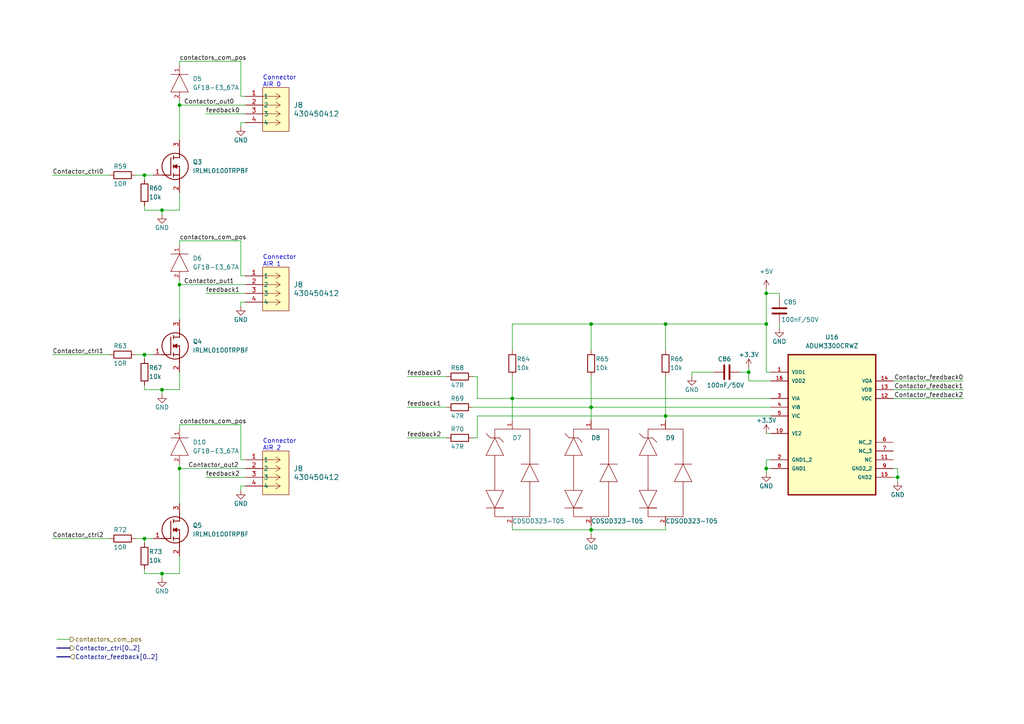
<source format=kicad_sch>
(kicad_sch (version 20230121) (generator eeschema)
  (paper "A4")
  (title_block (title "Contactors") (date "2023-12-29") (rev "V1.0") (company "Valais Wallis Racing Team") (comment 1 "Bétrisey Mattia"))
  (lib_symbols
    (symbol "43045-0412:430450412" (pin_names (offset 0.254))
      (property "Reference" "J" (at 8.89 6.35 0))
      (property "Value" "430450412" (at 7.62 -11.43 0))
      (symbol "430450412_1_1"
        (polyline (pts (xy 10.16 -7.62) (xy 5.08 -7.62)) (stroke (width 0.127)))
        (polyline (pts (xy 10.16 -7.62) (xy 8.89 -8.4667)) (stroke (width 0.127)))
        (polyline (pts (xy 10.16 -7.62) (xy 8.89 -6.7733)) (stroke (width 0.127)))
        (polyline (pts (xy 10.16 -5.08) (xy 5.08 -5.08)) (stroke (width 0.127)))
        (polyline (pts (xy 10.16 -5.08) (xy 8.89 -5.9267)) (stroke (width 0.127)))
        (polyline (pts (xy 10.16 -5.08) (xy 8.89 -4.2333)) (stroke (width 0.127)))
        (polyline (pts (xy 10.16 -2.54) (xy 5.08 -2.54)) (stroke (width 0.127)))
        (polyline (pts (xy 10.16 -2.54) (xy 8.89 -3.3867)) (stroke (width 0.127)))
        (polyline (pts (xy 10.16 -2.54) (xy 8.89 -1.6933)) (stroke (width 0.127)))
        (polyline (pts (xy 10.16 0) (xy 5.08 0)) (stroke (width 0.127)))
        (polyline (pts (xy 10.16 0) (xy 8.89 -0.8467)) (stroke (width 0.127)))
        (polyline (pts (xy 10.16 0) (xy 8.89 0.8467)) (stroke (width 0.127)))
        (rectangle (start 5.08 2.54) (end 12.7 -10.16) (fill (type background)))
        (pin unspecified line (at 0 0 0) (length 5.08) (name "1") (number "1"))
        (pin unspecified line (at 0 -2.54 0) (length 5.08) (name "2") (number "2"))
        (pin unspecified line (at 0 -5.08 0) (length 5.08) (name "3") (number "3"))
        (pin unspecified line (at 0 -7.62 0) (length 5.08) (name "4") (number "4"))
      )
      (symbol "430450412_1_2"
        (polyline (pts (xy 5.08 -10.16) (xy 12.7 -10.16)) (stroke (width 0.127)))
        (polyline (pts (xy 5.08 2.54) (xy 5.08 -10.16)) (stroke (width 0.127)))
        (polyline (pts (xy 7.62 -7.62) (xy 5.08 -7.62)) (stroke (width 0.127)))
        (polyline (pts (xy 7.62 -7.62) (xy 8.89 -8.4667)) (stroke (width 0.127)))
        (polyline (pts (xy 7.62 -7.62) (xy 8.89 -6.7733)) (stroke (width 0.127)))
        (polyline (pts (xy 7.62 -5.08) (xy 5.08 -5.08)) (stroke (width 0.127)))
        (polyline (pts (xy 7.62 -5.08) (xy 8.89 -5.9267)) (stroke (width 0.127)))
        (polyline (pts (xy 7.62 -5.08) (xy 8.89 -4.2333)) (stroke (width 0.127)))
        (polyline (pts (xy 7.62 -2.54) (xy 5.08 -2.54)) (stroke (width 0.127)))
        (polyline (pts (xy 7.62 -2.54) (xy 8.89 -3.3867)) (stroke (width 0.127)))
        (polyline (pts (xy 7.62 -2.54) (xy 8.89 -1.6933)) (stroke (width 0.127)))
        (polyline (pts (xy 7.62 0) (xy 5.08 0)) (stroke (width 0.127)))
        (polyline (pts (xy 7.62 0) (xy 8.89 -0.8467)) (stroke (width 0.127)))
        (polyline (pts (xy 7.62 0) (xy 8.89 0.8467)) (stroke (width 0.127)))
        (polyline (pts (xy 12.7 -10.16) (xy 12.7 2.54)) (stroke (width 0.127)))
        (polyline (pts (xy 12.7 2.54) (xy 5.08 2.54)) (stroke (width 0.127)))
        (pin unspecified line (at 0 0 0) (length 5.08) (name "1") (number "1"))
        (pin unspecified line (at 0 -2.54 0) (length 5.08) (name "2") (number "2"))
        (pin unspecified line (at 0 -5.08 0) (length 5.08) (name "3") (number "3"))
        (pin unspecified line (at 0 -7.62 0) (length 5.08) (name "4") (number "4"))
      )
    )
    (symbol "ADUM3300CRWZ:ADUM3300CRWZ" (pin_names (offset 1.016))
      (property "Reference" "U" (at -4.5756 19.3702 0))
      (property "Value" "ADUM3300CRWZ" (at -6.1604 -25.9399 0))
      (symbol "ADUM3300CRWZ_0_0"
        (rectangle (start -12.7 -22.86) (end 12.7 17.78) (stroke (width 0.4064)) (fill (type background)))
        (pin passive line (at -17.78 12.7 0) (length 5.08) (name "VDD1") (number "1"))
        (pin passive line (at -17.78 -5.08 0) (length 5.08) (name "VE2") (number "10"))
        (pin passive line (at 17.78 -12.7 180) (length 5.08) (name "NC") (number "11"))
        (pin passive line (at 17.78 5.08 180) (length 5.08) (name "VOC") (number "12"))
        (pin passive line (at 17.78 7.62 180) (length 5.08) (name "VOB") (number "13"))
        (pin passive line (at 17.78 10.16 180) (length 5.08) (name "VOA") (number "14"))
        (pin passive line (at 17.78 -17.78 180) (length 5.08) (name "GND2") (number "15"))
        (pin passive line (at -17.78 10.16 0) (length 5.08) (name "VDD2") (number "16"))
        (pin passive line (at -17.78 -12.7 0) (length 5.08) (name "GND1_2") (number "2"))
        (pin passive line (at -17.78 5.08 0) (length 5.08) (name "VIA") (number "3"))
        (pin passive line (at -17.78 2.54 0) (length 5.08) (name "VIB") (number "4"))
        (pin passive line (at -17.78 0 0) (length 5.08) (name "VIC") (number "5"))
        (pin passive line (at 17.78 -7.62 180) (length 5.08) (name "NC_2") (number "6"))
        (pin passive line (at 17.78 -10.16 180) (length 5.08) (name "NC_3") (number "7"))
        (pin passive line (at -17.78 -15.24 0) (length 5.08) (name "GND1") (number "8"))
        (pin passive line (at 17.78 -15.24 180) (length 5.08) (name "GND2_2") (number "9"))
      )
    )
    (symbol "CDSOD323-T05:CDSOD323-T05" (pin_names (offset 1.016))
      (property "Reference" "D" (at 0 10.16 0))
      (property "Value" "CDSOD323-T05" (at 0 12.7 0))
      (symbol "CDSOD323-T05_1_1"
        (polyline (pts (xy 5.08 -5.08) (xy 5.08 5.08)))
        (polyline (pts (xy 5.08 5.08) (xy 15.24 5.08)))
        (polyline (pts (xy 7.62 -6.35) (xy 6.35 -7.62)))
        (polyline (pts (xy 7.62 -6.35) (xy 7.62 -3.81)))
        (polyline (pts (xy 7.62 -5.08) (xy 5.08 -5.08)))
        (polyline (pts (xy 7.62 -3.81) (xy 8.89 -2.54)))
        (polyline (pts (xy 12.7 -7.62) (xy 7.62 -5.08)))
        (polyline (pts (xy 12.7 -7.62) (xy 12.7 -2.54)))
        (polyline (pts (xy 12.7 -5.08) (xy 22.86 -5.08)))
        (polyline (pts (xy 12.7 -2.54) (xy 7.62 -5.08)))
        (polyline (pts (xy 15.24 5.08) (xy 15.24 2.54)))
        (polyline (pts (xy 15.24 5.08) (xy 15.24 7.62)))
        (polyline (pts (xy 15.24 5.08) (xy 20.32 7.62)))
        (polyline (pts (xy 20.32 2.54) (xy 15.24 5.08)))
        (polyline (pts (xy 20.32 5.08) (xy 30.48 5.08)))
        (polyline (pts (xy 20.32 7.62) (xy 20.32 2.54)))
        (polyline (pts (xy 22.86 -7.62) (xy 27.94 -5.08)))
        (polyline (pts (xy 22.86 -2.54) (xy 22.86 -7.62)))
        (polyline (pts (xy 27.94 -5.08) (xy 22.86 -2.54)))
        (polyline (pts (xy 27.94 -5.08) (xy 27.94 -2.54)))
        (polyline (pts (xy 27.94 -2.54) (xy 27.94 -7.62)))
        (polyline (pts (xy 30.48 -5.08) (xy 27.94 -5.08)))
        (polyline (pts (xy 30.48 5.08) (xy 30.48 -5.08)))
        (pin passive line (at 2.54 0 0) (length 2.54) (name "1") (number "1"))
        (pin passive line (at 33.02 0 180) (length 2.54) (name "2") (number "2"))
      )
    )
    (symbol "Device:C" (pin_numbers hide) (pin_names (offset 0.254))
      (property "Reference" "C" (at 0.635 2.54 0))
      (property "Value" "C" (at 0.635 -2.54 0))
      (symbol "C_0_1"
        (polyline (pts (xy -2.032 -0.762) (xy 2.032 -0.762)) (stroke (width 0.508)))
        (polyline (pts (xy -2.032 0.762) (xy 2.032 0.762)) (stroke (width 0.508)))
      )
      (symbol "C_1_1"
        (pin passive line (at 0 3.81 270) (length 2.794) (name "~") (number "1"))
        (pin passive line (at 0 -3.81 90) (length 2.794) (name "~") (number "2"))
      )
    )
    (symbol "Device:R" (pin_numbers hide) (pin_names (offset 0))
      (property "Reference" "R" (at 2.032 0 90))
      (property "Value" "R" (at 0 0 90))
      (symbol "R_0_1"
        (rectangle (start -1.016 -2.54) (end 1.016 2.54) (stroke (width 0.254)))
      )
      (symbol "R_1_1"
        (pin passive line (at 0 3.81 270) (length 1.27) (name "~") (number "1"))
        (pin passive line (at 0 -3.81 90) (length 1.27) (name "~") (number "2"))
      )
    )
    (symbol "GF1B-E367A:GF1B-E3_67A" (pin_names (offset 1.016))
      (property "Reference" "D" (at 0 5.08 0))
      (property "Value" "GF1B-E3_67A" (at 0 7.62 0))
      (symbol "GF1B-E3_67A_1_1"
        (polyline (pts (xy 5.08 -2.54) (xy 10.16 0)))
        (polyline (pts (xy 5.08 2.54) (xy 5.08 -2.54)))
        (polyline (pts (xy 5.08 2.54) (xy 10.16 0)))
        (polyline (pts (xy 10.16 2.54) (xy 10.16 -2.54)))
        (pin passive line (at 12.7 0 180) (length 2.54) (name "CATHODE") (number "1"))
        (pin passive line (at 2.54 0 0) (length 2.54) (name "ANODE") (number "2"))
      )
    )
    (symbol "IRLML0100TRPBF:IRLML0100TRPBF" (pin_names hide)
      (property "Reference" "Q" (at 11.43 3.81 0))
      (property "Value" "IRLML0100TRPBF" (at 11.43 1.27 0))
      (symbol "IRLML0100TRPBF_1_1"
        (polyline (pts (xy 2.54 0) (xy 5.08 0)) (stroke (width 0.254)))
        (polyline (pts (xy 5.08 5.08) (xy 5.08 0)) (stroke (width 0.254)))
        (polyline (pts (xy 5.842 -0.508) (xy 5.842 0.508)) (stroke (width 0.254)))
        (polyline (pts (xy 5.842 0) (xy 7.62 0)) (stroke (width 0.254)))
        (polyline (pts (xy 5.842 2.032) (xy 5.842 3.048)) (stroke (width 0.254)))
        (polyline (pts (xy 5.842 5.588) (xy 5.842 4.572)) (stroke (width 0.254)))
        (polyline (pts (xy 7.62 2.54) (xy 5.842 2.54)) (stroke (width 0.254)))
        (polyline (pts (xy 7.62 2.54) (xy 7.62 -2.54)) (stroke (width 0.254)))
        (polyline (pts (xy 7.62 5.08) (xy 5.842 5.08)) (stroke (width 0.254)))
        (polyline (pts (xy 7.62 5.08) (xy 7.62 7.62)) (stroke (width 0.254)))
        (polyline (pts (xy 5.842 2.54) (xy 6.858 3.048) (xy 6.858 2.032) (xy 5.842 2.54)) (stroke (width 0.254)) (fill (type outline)))
        (circle (center 6.35 2.54) (radius 3.81) (stroke (width 0.254)))
        (pin passive line (at 0 0 0) (length 2.54) (name "G") (number "1"))
        (pin passive line (at 7.62 -5.08 90) (length 2.54) (name "S") (number "2"))
        (pin passive line (at 7.62 10.16 270) (length 2.54) (name "D") (number "3"))
      )
    )
    (symbol "bmsPower_Symbols:+3V3_0" (power) (in_bom no) (on_board no)
      (property "Value" "+3V3_0" (at 0 3.302 0))
      (symbol "+3V3_0_0_1"
        (polyline (pts (xy -0.762 1.27) (xy 0 2.54)))
        (polyline (pts (xy 0 0) (xy 0 2.54)))
        (polyline (pts (xy 0 2.54) (xy 0.762 1.27)))
      )
      (symbol "+3V3_0_1_1"
        (pin power_in line (at 0 0 90) (length 0) hide (name "+3.3V") (number "1"))
      )
    )
    (symbol "bmsPower_Symbols:GND_0" (power) (in_bom no) (on_board no)
      (property "Value" "GND_0" (at 0 -4.064 0))
      (symbol "GND_0_0_1"
        (polyline (pts (xy 0 0) (xy 0 -1.27) (xy 1.27 -1.27) (xy 0 -2.54) (xy -1.27 -1.27) (xy 0 -1.27)))
      )
      (symbol "GND_0_1_1"
        (pin power_in line (at 0 0 270) (length 0) hide (name "GND") (number "1"))
      )
    )
    (symbol "power:+5V" (power) (pin_names (offset 0))
      (property "Value" "+5V" (at 0 3.556 0))
      (symbol "+5V_0_1"
        (polyline (pts (xy -0.762 1.27) (xy 0 2.54)))
        (polyline (pts (xy 0 0) (xy 0 2.54)))
        (polyline (pts (xy 0 2.54) (xy 0.762 1.27)))
      )
      (symbol "+5V_1_1"
        (pin power_in line (at 0 0 90) (length 0) hide (name "+5V") (number "1"))
      )
    )
  )
  (junction (at 52.07 30.48))
  (junction (at 148.59 115.57))
  (junction (at 41.91 156.21))
  (junction (at 171.45 118.11))
  (junction (at 171.45 153.67))
  (junction (at 217.17 107.95))
  (junction (at 52.07 82.55))
  (junction (at 260.35 138.43))
  (junction (at 46.99 113.03))
  (junction (at 193.04 120.65))
  (junction (at 52.07 135.89))
  (junction (at 222.25 135.89))
  (junction (at 41.91 102.87))
  (junction (at 41.91 50.8))
  (junction (at 46.99 60.96))
  (junction (at 222.25 85.09))
  (junction (at 171.45 93.98))
  (junction (at 222.25 93.98))
  (junction (at 193.04 93.98))
  (junction (at 46.99 166.37))
  (wire (pts (xy 16.51 185.42) (xy 20.32 185.42)))
  (wire (pts (xy 226.06 95.25) (xy 226.06 93.98)))
  (wire (pts (xy 118.11 118.11) (xy 129.54 118.11)))
  (wire (pts (xy 46.99 113.03) (xy 52.07 113.03)))
  (wire (pts (xy 39.37 102.87) (xy 41.91 102.87)))
  (wire (pts (xy 52.07 81.28) (xy 52.07 82.55)))
  (wire (pts (xy 193.04 93.98) (xy 193.04 101.6)))
  (wire (pts (xy 46.99 60.96) (xy 52.07 60.96)))
  (wire (pts (xy 52.07 29.21) (xy 52.07 30.48)))
  (wire (pts (xy 69.85 87.63) (xy 69.85 88.9)))
  (wire (pts (xy 118.11 109.22) (xy 129.54 109.22)))
  (wire (pts (xy 46.99 113.03) (xy 46.99 114.3)))
  (wire (pts (xy 171.45 93.98) (xy 193.04 93.98)))
  (wire (pts (xy 171.45 93.98) (xy 171.45 101.6)))
  (wire (pts (xy 52.07 123.19) (xy 69.85 123.19)))
  (wire (pts (xy 69.85 35.56) (xy 71.12 35.56)))
  (wire (pts (xy 52.07 134.62) (xy 52.07 135.89)))
  (wire (pts (xy 193.04 93.98) (xy 222.25 93.98)))
  (wire (pts (xy 46.99 166.37) (xy 52.07 166.37)))
  (wire (pts (xy 171.45 153.67) (xy 171.45 154.94)))
  (wire (pts (xy 118.11 127) (xy 129.54 127)))
  (wire (pts (xy 52.07 55.88) (xy 52.07 60.96)))
  (wire (pts (xy 222.25 83.82) (xy 222.25 85.09)))
  (wire (pts (xy 69.85 17.78) (xy 69.85 27.94)))
  (wire (pts (xy 46.99 60.96) (xy 46.99 62.23)))
  (wire (pts (xy 222.25 133.35) (xy 222.25 135.89)))
  (wire (pts (xy 260.35 135.89) (xy 260.35 138.43)))
  (wire (pts (xy 171.45 153.67) (xy 193.04 153.67)))
  (wire (pts (xy 59.69 138.43) (xy 71.12 138.43)))
  (wire (pts (xy 52.07 135.89) (xy 71.12 135.89)))
  (wire (pts (xy 138.43 109.22) (xy 138.43 115.57)))
  (wire (pts (xy 148.59 93.98) (xy 171.45 93.98)))
  (wire (pts (xy 217.17 107.95) (xy 217.17 110.49)))
  (wire (pts (xy 69.85 140.97) (xy 69.85 142.24)))
  (wire (pts (xy 148.59 152.4) (xy 148.59 153.67)))
  (wire (pts (xy 259.08 113.03) (xy 279.4 113.03)))
  (wire (pts (xy 193.04 152.4) (xy 193.04 153.67)))
  (wire (pts (xy 69.85 133.35) (xy 71.12 133.35)))
  (wire (pts (xy 69.85 35.56) (xy 69.85 36.83)))
  (wire (pts (xy 15.24 50.8) (xy 31.75 50.8)))
  (wire (pts (xy 52.07 107.95) (xy 52.07 113.03)))
  (wire (pts (xy 137.16 118.11) (xy 171.45 118.11)))
  (wire (pts (xy 41.91 50.8) (xy 41.91 52.07)))
  (wire (pts (xy 41.91 102.87) (xy 44.45 102.87)))
  (wire (pts (xy 259.08 135.89) (xy 260.35 135.89)))
  (wire (pts (xy 52.07 161.29) (xy 52.07 166.37)))
  (wire (pts (xy 52.07 82.55) (xy 52.07 92.71)))
  (wire (pts (xy 226.06 85.09) (xy 226.06 86.36)))
  (wire (pts (xy 52.07 135.89) (xy 52.07 146.05)))
  (wire (pts (xy 52.07 17.78) (xy 69.85 17.78)))
  (wire (pts (xy 41.91 60.96) (xy 46.99 60.96)))
  (wire (pts (xy 41.91 165.1) (xy 41.91 166.37)))
  (wire (pts (xy 137.16 109.22) (xy 138.43 109.22)))
  (wire (pts (xy 41.91 156.21) (xy 41.91 157.48)))
  (bus (pts (xy 16.51 187.96) (xy 20.32 187.96)))
  (wire (pts (xy 69.85 123.19) (xy 69.85 133.35)))
  (wire (pts (xy 222.25 135.89) (xy 223.52 135.89)))
  (wire (pts (xy 52.07 17.78) (xy 52.07 19.05)))
  (wire (pts (xy 214.63 107.95) (xy 217.17 107.95)))
  (wire (pts (xy 200.66 109.22) (xy 200.66 107.95)))
  (wire (pts (xy 138.43 115.57) (xy 148.59 115.57)))
  (wire (pts (xy 148.59 93.98) (xy 148.59 101.6)))
  (wire (pts (xy 259.08 138.43) (xy 260.35 138.43)))
  (wire (pts (xy 41.91 59.69) (xy 41.91 60.96)))
  (wire (pts (xy 41.91 166.37) (xy 46.99 166.37)))
  (wire (pts (xy 39.37 50.8) (xy 41.91 50.8)))
  (wire (pts (xy 52.07 30.48) (xy 71.12 30.48)))
  (wire (pts (xy 59.69 33.02) (xy 71.12 33.02)))
  (wire (pts (xy 41.91 102.87) (xy 41.91 104.14)))
  (wire (pts (xy 69.85 27.94) (xy 71.12 27.94)))
  (wire (pts (xy 137.16 127) (xy 138.43 127)))
  (wire (pts (xy 52.07 69.85) (xy 69.85 69.85)))
  (wire (pts (xy 148.59 115.57) (xy 223.52 115.57)))
  (wire (pts (xy 39.37 156.21) (xy 41.91 156.21)))
  (wire (pts (xy 171.45 118.11) (xy 171.45 121.92)))
  (wire (pts (xy 222.25 135.89) (xy 222.25 137.16)))
  (wire (pts (xy 148.59 115.57) (xy 148.59 121.92)))
  (wire (pts (xy 148.59 109.22) (xy 148.59 115.57)))
  (wire (pts (xy 52.07 69.85) (xy 52.07 71.12)))
  (wire (pts (xy 52.07 123.19) (xy 52.07 124.46)))
  (wire (pts (xy 193.04 120.65) (xy 223.52 120.65)))
  (wire (pts (xy 217.17 106.68) (xy 217.17 107.95)))
  (wire (pts (xy 193.04 120.65) (xy 193.04 121.92)))
  (wire (pts (xy 15.24 156.21) (xy 31.75 156.21)))
  (wire (pts (xy 171.45 152.4) (xy 171.45 153.67)))
  (wire (pts (xy 222.25 85.09) (xy 226.06 85.09)))
  (bus (pts (xy 16.51 190.5) (xy 20.32 190.5)))
  (wire (pts (xy 41.91 50.8) (xy 44.45 50.8)))
  (wire (pts (xy 259.08 110.49) (xy 279.4 110.49)))
  (wire (pts (xy 52.07 30.48) (xy 52.07 40.64)))
  (wire (pts (xy 138.43 120.65) (xy 193.04 120.65)))
  (wire (pts (xy 52.07 82.55) (xy 71.12 82.55)))
  (wire (pts (xy 260.35 138.43) (xy 260.35 139.7)))
  (wire (pts (xy 200.66 107.95) (xy 207.01 107.95)))
  (wire (pts (xy 148.59 153.67) (xy 171.45 153.67)))
  (wire (pts (xy 41.91 111.76) (xy 41.91 113.03)))
  (wire (pts (xy 222.25 107.95) (xy 223.52 107.95)))
  (wire (pts (xy 59.69 85.09) (xy 71.12 85.09)))
  (wire (pts (xy 138.43 127) (xy 138.43 120.65)))
  (wire (pts (xy 46.99 166.37) (xy 46.99 167.64)))
  (wire (pts (xy 171.45 109.22) (xy 171.45 118.11)))
  (wire (pts (xy 69.85 140.97) (xy 71.12 140.97)))
  (wire (pts (xy 222.25 133.35) (xy 223.52 133.35)))
  (wire (pts (xy 15.24 102.87) (xy 31.75 102.87)))
  (wire (pts (xy 222.25 85.09) (xy 222.25 93.98)))
  (wire (pts (xy 193.04 109.22) (xy 193.04 120.65)))
  (wire (pts (xy 41.91 113.03) (xy 46.99 113.03)))
  (wire (pts (xy 259.08 115.57) (xy 279.4 115.57)))
  (wire (pts (xy 69.85 80.01) (xy 71.12 80.01)))
  (wire (pts (xy 171.45 118.11) (xy 223.52 118.11)))
  (wire (pts (xy 41.91 156.21) (xy 44.45 156.21)))
  (wire (pts (xy 222.25 93.98) (xy 222.25 107.95)))
  (wire (pts (xy 69.85 87.63) (xy 71.12 87.63)))
  (wire (pts (xy 222.25 125.73) (xy 223.52 125.73)))
  (wire (pts (xy 217.17 110.49) (xy 223.52 110.49)))
  (wire (pts (xy 69.85 69.85) (xy 69.85 80.01)))
  (text "Connector\nAIR 2" (at 76.2 130.81 0) (effects (font (size 1.27 1.27)) (justify left bottom)))
  (text "Connector\nAIR 1" (at 76.2 77.47 0) (effects (font (size 1.27 1.27)) (justify left bottom)))
  (text "Connector\nAIR 0" (at 76.2 25.4 0) (effects (font (size 1.27 1.27)) (justify left bottom)))
  (label "feedback0" (at 59.69 33.02 0))
  (label "Contactor_ctrl2" (at 15.24 156.21 0))
  (label "Contactor_out2" (at 54.61 135.89 0))
  (label "feedback2" (at 118.11 127 0))
  (label "feedback2" (at 59.69 138.43 0))
  (label "Contactor_feedback0" (at 279.4 110.49 180))
  (label "Contactor_out1" (at 53.34 82.55 0))
  (label "contactors_com_pos" (at 52.07 69.85 0))
  (label "Contactor_ctrl1" (at 15.24 102.87 0))
  (label "feedback0" (at 118.11 109.22 0))
  (label "feedback1" (at 59.69 85.09 0))
  (label "contactors_com_pos" (at 52.07 17.78 0))
  (label "contactors_com_pos" (at 52.07 123.19 0))
  (label "Contactor_ctrl0" (at 15.24 50.8 0))
  (label "Contactor_feedback2" (at 279.4 115.57 180))
  (label "Contactor_feedback1" (at 279.4 113.03 180))
  (label "Contactor_out0" (at 53.34 30.48 0))
  (label "feedback1" (at 118.11 118.11 0))
  (hierarchical_label "Contactor_feedback[0..2]" (shape input) (at 20.32 190.5 0))
  (hierarchical_label "Contactor_ctrl[0..2]" (shape output) (at 20.32 187.96 0))
  (hierarchical_label "contactors_com_pos" (shape output) (at 20.32 185.42 0))
  (symbol (lib_id "bmsPower_Symbols:GND_0") (at 200.66 109.22 0) (unit 1) (in_bom no) (on_board no)
    (property "Reference" "#PWR0144" (effects hide))
    (property "Value" "GND_0" (at 200.66 113.03 0))
  )
  (symbol (lib_id "bmsPower_Symbols:GND_0") (at 226.06 95.25 0) (unit 1) (in_bom no) (on_board no)
    (property "Reference" "#PWR0142" (effects hide))
    (property "Value" "GND_0" (at 226.06 99.06 0))
  )
  (symbol (lib_id "CDSOD323-T05:CDSOD323-T05") (at 171.45 119.38 270) (unit 1)
    (property "Reference" "D8" (at 171.45 127 90) (effects (justify left)))
    (property "Value" "CDSOD323-T05" (at 171.45 151.13 90) (effects (justify left)))
    (property "Footprint" "CDSOD323-T05:Bourns_Inc.-SOD-323-0-0-IPC_B" (effects hide))
    (property "Datasheet" "https://www.bourns.com/docs/product-datasheets/cdsod323-txxc.pdf?sfvrsn=7112114e_10" (effects hide))
    (property "automotive" "No" (effects hide))
    (property "breakdown voltage" "6V" (effects hide))
    (property "capacitance" "3pF" (effects hide))
    (property "category" "Diode" (effects hide))
    (property "clamping voltage" "9.8V" (effects hide))
    (property "device class L1" "Circuit Protection" (effects hide))
    (property "device class L2" "TVS Diodes" (effects hide))
    (property "device class L3" "unset" (effects hide))
    (property "digikey description" "TVS DIODE 5V 18.3V SOD323" (effects hide))
    (property "digikey part number" "CDSOD323-T05CT-ND" (effects hide))
    (property "direction" "Unidirectional" (effects hide))
    (property "height" "1.14mm" (effects hide))
    (property "ipc land pattern name" "SOD254130X103-2" (effects hide))
    (property "lead free" "Yes" (effects hide))
    (property "library id" "d20be658d37a7647" (effects hide))
    (property "manufacturer" "Bourns Inc." (effects hide))
    (property "max junction temp" "+150°C" (effects hide))
    (property "mouser description" "Transient Voltage Suppressor, TVS, CDSOD323 Series, Unidirectional, 5 V, SOD-323, 2, 6 V" (effects hide))
    (property "mouser part number" "652-CDSOD323-T05" (effects hide))
    (property "number of channels" "1" (effects hide))
    (property "package" "SOD-323" (effects hide))
    (property "peak pulse current" "17A" (effects hide))
    (property "peak pulse power" "350W" (effects hide))
    (property "reverse standoff voltage" "5V" (effects hide))
    (property "rohs" "Yes" (effects hide))
    (property "temperature range high" "+150°C" (effects hide))
    (property "temperature range low" "-55°C" (effects hide))
  )
  (symbol (lib_id "bmsPower_Symbols:GND_0") (at 46.99 114.3 0) (unit 1) (in_bom no) (on_board no)
    (property "Reference" "#PWR0145" (effects hide))
    (property "Value" "GND_0" (at 46.99 118.11 0))
  )
  (symbol (lib_id "bmsPower_Symbols:GND_0") (at 69.85 142.24 0) (unit 1) (in_bom no) (on_board no)
    (property "Reference" "#PWR0149" (effects hide))
    (property "Value" "GND_0" (at 69.85 146.05 0))
  )
  (symbol (lib_id "ADUM3300CRWZ:ADUM3300CRWZ") (at 241.3 120.65 0) (unit 1)
    (property "Reference" "U16" (at 241.3 97.79 0))
    (property "Value" "ADUM3300CRWZ" (at 241.3 100.33 0))
    (property "Footprint" "ADUM3300CRWZ:SOIC127P1032X265-16N" (effects hide))
    (property "MF" "Analog Devices" (effects hide))
    (property "Description" "\nTriple-Channel, Digital Isolator, Enhanced System-Level ESD Reliability (3/0 channel directionality)\n" (effects hide))
    (property "PACKAGE" "16-Lead SOIC_W" (effects hide))
    (property "MPN" "ADUM3300CRWZ" (effects hide))
    (property "Price" "None" (effects hide))
    (property "Package" "SOIC -16 Analog Devices" (effects hide))
    (property "OC_FARNELL" "unknown" (effects hide))
    (property "SnapEDA_Link" "https://www.snapeda.com/parts/ADUM3300CRWZ/Analog+Devices/view-part/?ref=snap" (effects hide))
    (property "MP" "ADUM3300CRWZ" (effects hide))
    (property "Purchase-URL" "https://www.snapeda.com/api/url_track_click_mouser/?unipart_id=201119&manufacturer=Analog Devices&part_name=ADUM3300CRWZ&search_term=None" (effects hide))
    (property "SUPPLIER" "Analog Devices" (effects hide))
    (property "OC_NEWARK" "19M0760" (effects hide))
    (property "Availability" "In Stock" (effects hide))
    (property "Check_prices" "https://www.snapeda.com/parts/ADUM3300CRWZ/Analog+Devices/view-part/?ref=eda" (effects hide))
  )
  (symbol (lib_id "bmsPower_Symbols:GND_0") (at 46.99 62.23 0) (unit 1) (in_bom no) (on_board no)
    (property "Reference" "#PWR0138" (effects hide))
    (property "Value" "GND_0" (at 46.99 66.04 0))
  )
  (symbol (lib_id "CDSOD323-T05:CDSOD323-T05") (at 193.04 119.38 270) (unit 1)
    (property "Reference" "D9" (at 193.04 127 90) (effects (justify left)))
    (property "Value" "CDSOD323-T05" (at 193.04 151.13 90) (effects (justify left)))
    (property "Footprint" "CDSOD323-T05:Bourns_Inc.-SOD-323-0-0-IPC_B" (effects hide))
    (property "Datasheet" "https://www.bourns.com/docs/product-datasheets/cdsod323-txxc.pdf?sfvrsn=7112114e_10" (effects hide))
    (property "automotive" "No" (effects hide))
    (property "breakdown voltage" "6V" (effects hide))
    (property "capacitance" "3pF" (effects hide))
    (property "category" "Diode" (effects hide))
    (property "clamping voltage" "9.8V" (effects hide))
    (property "device class L1" "Circuit Protection" (effects hide))
    (property "device class L2" "TVS Diodes" (effects hide))
    (property "device class L3" "unset" (effects hide))
    (property "digikey description" "TVS DIODE 5V 18.3V SOD323" (effects hide))
    (property "digikey part number" "CDSOD323-T05CT-ND" (effects hide))
    (property "direction" "Unidirectional" (effects hide))
    (property "height" "1.14mm" (effects hide))
    (property "ipc land pattern name" "SOD254130X103-2" (effects hide))
    (property "lead free" "Yes" (effects hide))
    (property "library id" "d20be658d37a7647" (effects hide))
    (property "manufacturer" "Bourns Inc." (effects hide))
    (property "max junction temp" "+150°C" (effects hide))
    (property "mouser description" "Transient Voltage Suppressor, TVS, CDSOD323 Series, Unidirectional, 5 V, SOD-323, 2, 6 V" (effects hide))
    (property "mouser part number" "652-CDSOD323-T05" (effects hide))
    (property "number of channels" "1" (effects hide))
    (property "package" "SOD-323" (effects hide))
    (property "peak pulse current" "17A" (effects hide))
    (property "peak pulse power" "350W" (effects hide))
    (property "reverse standoff voltage" "5V" (effects hide))
    (property "rohs" "Yes" (effects hide))
    (property "temperature range high" "+150°C" (effects hide))
    (property "temperature range low" "-55°C" (effects hide))
  )
  (symbol (lib_id "Device:C") (at 226.06 90.17 180) (unit 1)
    (property "Reference" "C85" (at 231.14 87.63 0) (effects (justify left)))
    (property "Value" "100nF/50V" (at 237.49 92.71 0) (effects (justify left)))
    (property "Footprint" "Capacitor_SMD:C_0603_1608Metric" (effects hide))
  )
  (symbol (lib_id "Device:R") (at 35.56 50.8 90) (unit 1)
    (property "Reference" "R59" (at 36.83 48.26 90) (effects (justify left)))
    (property "Value" "10R" (at 36.83 53.34 90) (effects (justify left)))
    (property "Footprint" "Resistor_SMD:R_0603_1608Metric" (effects hide))
  )
  (symbol (lib_id "Device:R") (at 133.35 127 90) (unit 1)
    (property "Reference" "R70" (at 134.62 124.46 90) (effects (justify left)))
    (property "Value" "47R" (at 134.62 129.54 90) (effects (justify left)))
    (property "Footprint" "Resistor_SMD:R_0603_1608Metric" (effects hide))
  )
  (symbol (lib_id "Device:C") (at 210.82 107.95 90) (unit 1)
    (property "Reference" "C86" (at 212.09 104.14 90) (effects (justify left)))
    (property "Value" "100nF/50V" (at 215.9 111.76 90) (effects (justify left)))
    (property "Footprint" "Capacitor_SMD:C_0603_1608Metric" (effects hide))
  )
  (symbol (lib_id "bmsPower_Symbols:GND_0") (at 46.99 167.64 0) (unit 1) (in_bom no) (on_board no)
    (property "Reference" "#PWR0151" (effects hide))
    (property "Value" "GND_0" (at 46.99 171.45 0))
  )
  (symbol (lib_id "IRLML0100TRPBF:IRLML0100TRPBF") (at 44.45 156.21 0) (unit 1)
    (property "Reference" "Q5" (at 55.88 152.4 0) (effects (justify left)))
    (property "Value" "IRLML0100TRPBF" (at 55.88 154.94 0) (effects (justify left)))
    (property "Footprint" "IRLML0100TRPBF:SOT95P237X112-3N" (effects hide))
    (property "Datasheet" "http://www.infineon.com/dgdl/irlml0100pbf.pdf?fileId=5546d462533600a4015356649d9225e8" (effects hide))
    (property "Height" "1.12" (effects hide))
    (property "Manufacturer_Name" "Infineon" (effects hide))
    (property "Manufacturer_Part_Number" "IRLML0100TRPBF" (effects hide))
    (property "Mouser Part Number" "942-IRLML0100TRPBF" (effects hide))
    (property "Mouser Price/Stock" "https://www.mouser.co.uk/ProductDetail/Infineon-Technologies/IRLML0100TRPBF?qs=9%252BKlkBgLFf11XyHQVo8PPw%3D%3D" (effects hide))
    (property "Arrow Part Number" "IRLML0100TRPBF" (effects hide))
    (property "Arrow Price/Stock" "https://www.arrow.com/en/products/irlml0100trpbf/infineon-technologies-ag?region=europe" (effects hide))
  )
  (symbol (lib_id "43045-0412:430450412") (at 71.12 27.94 0) (unit 1)
    (property "Reference" "J8" (at 85.09 30.48 0) (effects (font (size 1.524 1.524)) (justify left)))
    (property "Value" "430450412" (at 85.09 33.02 0) (effects (font (size 1.524 1.524)) (justify left)))
    (property "Footprint" "43045-0412:CON_430450412_MOL" (effects hide))
    (property "Datasheet" "430450412" (effects hide))
    (instances (project "BMS-Master" (path "" (reference "J8") (unit 1)) (path "" (reference "J12") (unit 1)) (path "" (reference "J16") (unit 1))))
  )
  (symbol (lib_id "bmsPower_Symbols:+3V3_0") (at 217.17 106.68 0) (unit 1) (in_bom no) (on_board no)
    (property "Reference" "#PWR0143" (effects hide))
    (property "Value" "+3V3_0" (at 217.17 102.87 0))
  )
  (symbol (lib_id "GF1B-E367A:GF1B-E3_67A") (at 52.07 31.75 90) (unit 1)
    (property "Reference" "D5" (at 55.88 22.86 90) (effects (justify right)))
    (property "Value" "GF1B-E3_67A" (at 55.88 25.4 90) (effects (justify right)))
    (property "Footprint" "GF1B-E367A:Diode_GF1B-E367A" (effects hide))
    (property "Datasheet" "http://www.vishay.com/docs/88617/gf1.pdf" (effects hide))
    (property "automotive" "Yes" (effects hide))
    (property "automotive grade" "Grade 0" (effects hide))
    (property "capacitance" "15pF" (effects hide))
    (property "category" "Diode" (effects hide))
    (property "device class L1" "Discrete Semiconductors" (effects hide))
    (property "device class L2" "Diodes" (effects hide))
    (property "device class L3" "Rectifier Diodes" (effects hide))
    (property "digikey description" "DIODE GEN PURP 100V 1A DO214BA" (effects hide))
    (property "digikey part number" "GF1B-E3/67AGICT-ND" (effects hide))
    (property "forward current" "1A" (effects hide))
    (property "height" "3mm" (effects hide))
    (property "lead free" "Yes" (effects hide))
    (property "library id" "f5e6eeea32991e6a" (effects hide))
    (property "manufacturer" "Vishay" (effects hide))
    (property "max junction temp" "+175°C" (effects hide))
    (property "max repetitive reverse voltage" "100V" (effects hide))
    (property "max surge forward current" "30A" (effects hide))
    (property "mouser description" "Diode Standard Recovery Rectifier 100V 1A 2-Pin DO-214BA T/R" (effects hide))
    (property "mouser part number" "625-GF1B-E3" (effects hide))
    (property "package" "DO-214BA" (effects hide))
    (property "peak reverse current" "5uA" (effects hide))
    (property "rohs" "Yes" (effects hide))
    (property "standoff height" "0.152mm" (effects hide))
    (property "temperature range high" "+175°C" (effects hide))
    (property "temperature range low" "-65°C" (effects hide))
  )
  (symbol (lib_id "bmsPower_Symbols:GND_0") (at 69.85 88.9 0) (unit 1) (in_bom no) (on_board no)
    (property "Reference" "#PWR0141" (effects hide))
    (property "Value" "GND_0" (at 69.85 92.71 0))
  )
  (symbol (lib_id "Device:R") (at 171.45 105.41 0) (unit 1)
    (property "Reference" "R65" (at 172.72 104.14 0) (effects (justify left)))
    (property "Value" "10k" (at 172.72 106.68 0) (effects (justify left)))
    (property "Footprint" "Resistor_SMD:R_0603_1608Metric" (effects hide))
  )
  (symbol (lib_id "bmsPower_Symbols:GND_0") (at 222.25 137.16 0) (unit 1) (in_bom no) (on_board no)
    (property "Reference" "#PWR0147" (effects hide))
    (property "Value" "GND_0" (at 222.25 140.97 0))
  )
  (symbol (lib_id "bmsPower_Symbols:+3V3_0") (at 222.25 125.73 0) (unit 1) (in_bom no) (on_board no)
    (property "Reference" "#PWR0146" (effects hide))
    (property "Value" "+3V3_0" (at 222.25 121.92 0))
  )
  (symbol (lib_id "power:+5V") (at 222.25 83.82 0) (unit 1)
    (property "Reference" "#PWR0140" (effects hide))
    (property "Value" "+5V" (at 222.25 78.74 0))
  )
  (symbol (lib_id "Device:R") (at 41.91 55.88 0) (unit 1)
    (property "Reference" "R60" (at 43.18 54.61 0) (effects (justify left)))
    (property "Value" "10k" (at 43.18 57.15 0) (effects (justify left)))
    (property "Footprint" "Resistor_SMD:R_0603_1608Metric" (effects hide))
  )
  (symbol (lib_id "bmsPower_Symbols:GND_0") (at 69.85 36.83 0) (unit 1) (in_bom no) (on_board no)
    (property "Reference" "#PWR0136" (effects hide))
    (property "Value" "GND_0" (at 69.85 40.64 0))
  )
  (symbol (lib_id "Device:R") (at 193.04 105.41 0) (unit 1)
    (property "Reference" "R66" (at 194.31 104.14 0) (effects (justify left)))
    (property "Value" "10k" (at 194.31 106.68 0) (effects (justify left)))
    (property "Footprint" "Resistor_SMD:R_0603_1608Metric" (effects hide))
  )
  (symbol (lib_id "43045-0412:430450412") (at 71.12 80.01 0) (unit 1)
    (property "Reference" "J8" (at 85.09 82.55 0) (effects (font (size 1.524 1.524)) (justify left)))
    (property "Value" "430450412" (at 85.09 85.09 0) (effects (font (size 1.524 1.524)) (justify left)))
    (property "Footprint" "43045-0412:CON_430450412_MOL" (effects hide))
    (property "Datasheet" "430450412" (effects hide))
    (instances (project "BMS-Master" (path "" (reference "J8") (unit 1)) (path "" (reference "J12") (unit 1)) (path "" (reference "J18") (unit 1))))
  )
  (symbol (lib_id "Device:R") (at 133.35 118.11 90) (unit 1)
    (property "Reference" "R69" (at 134.62 115.57 90) (effects (justify left)))
    (property "Value" "47R" (at 134.62 120.65 90) (effects (justify left)))
    (property "Footprint" "Resistor_SMD:R_0603_1608Metric" (effects hide))
  )
  (symbol (lib_id "IRLML0100TRPBF:IRLML0100TRPBF") (at 44.45 50.8 0) (unit 1)
    (property "Reference" "Q3" (at 55.88 46.99 0) (effects (justify left)))
    (property "Value" "IRLML0100TRPBF" (at 55.88 49.53 0) (effects (justify left)))
    (property "Footprint" "IRLML0100TRPBF:SOT95P237X112-3N" (effects hide))
    (property "Datasheet" "http://www.infineon.com/dgdl/irlml0100pbf.pdf?fileId=5546d462533600a4015356649d9225e8" (effects hide))
    (property "Height" "1.12" (effects hide))
    (property "Manufacturer_Name" "Infineon" (effects hide))
    (property "Manufacturer_Part_Number" "IRLML0100TRPBF" (effects hide))
    (property "Mouser Part Number" "942-IRLML0100TRPBF" (effects hide))
    (property "Mouser Price/Stock" "https://www.mouser.co.uk/ProductDetail/Infineon-Technologies/IRLML0100TRPBF?qs=9%252BKlkBgLFf11XyHQVo8PPw%3D%3D" (effects hide))
    (property "Arrow Part Number" "IRLML0100TRPBF" (effects hide))
    (property "Arrow Price/Stock" "https://www.arrow.com/en/products/irlml0100trpbf/infineon-technologies-ag?region=europe" (effects hide))
  )
  (symbol (lib_id "Device:R") (at 41.91 107.95 0) (unit 1)
    (property "Reference" "R67" (at 43.18 106.68 0) (effects (justify left)))
    (property "Value" "10k" (at 43.18 109.22 0) (effects (justify left)))
    (property "Footprint" "Resistor_SMD:R_0603_1608Metric" (effects hide))
  )
  (symbol (lib_id "43045-0412:430450412") (at 71.12 133.35 0) (unit 1)
    (property "Reference" "J8" (at 85.09 135.89 0) (effects (font (size 1.524 1.524)) (justify left)))
    (property "Value" "430450412" (at 85.09 138.43 0) (effects (font (size 1.524 1.524)) (justify left)))
    (property "Footprint" "43045-0412:CON_430450412_MOL" (effects hide))
    (property "Datasheet" "430450412" (effects hide))
    (instances (project "BMS-Master" (path "" (reference "J8") (unit 1)) (path "" (reference "J12") (unit 1)) (path "" (reference "J19") (unit 1))))
  )
  (symbol (lib_id "CDSOD323-T05:CDSOD323-T05") (at 148.59 119.38 270) (unit 1)
    (property "Reference" "D7" (at 148.59 127 90) (effects (justify left)))
    (property "Value" "CDSOD323-T05" (at 148.59 151.13 90) (effects (justify left)))
    (property "Footprint" "CDSOD323-T05:Bourns_Inc.-SOD-323-0-0-IPC_B" (effects hide))
    (property "Datasheet" "https://www.bourns.com/docs/product-datasheets/cdsod323-txxc.pdf?sfvrsn=7112114e_10" (effects hide))
    (property "automotive" "No" (effects hide))
    (property "breakdown voltage" "6V" (effects hide))
    (property "capacitance" "3pF" (effects hide))
    (property "category" "Diode" (effects hide))
    (property "clamping voltage" "9.8V" (effects hide))
    (property "device class L1" "Circuit Protection" (effects hide))
    (property "device class L2" "TVS Diodes" (effects hide))
    (property "device class L3" "unset" (effects hide))
    (property "digikey description" "TVS DIODE 5V 18.3V SOD323" (effects hide))
    (property "digikey part number" "CDSOD323-T05CT-ND" (effects hide))
    (property "direction" "Unidirectional" (effects hide))
    (property "height" "1.14mm" (effects hide))
    (property "ipc land pattern name" "SOD254130X103-2" (effects hide))
    (property "lead free" "Yes" (effects hide))
    (property "library id" "d20be658d37a7647" (effects hide))
    (property "manufacturer" "Bourns Inc." (effects hide))
    (property "max junction temp" "+150°C" (effects hide))
    (property "mouser description" "Transient Voltage Suppressor, TVS, CDSOD323 Series, Unidirectional, 5 V, SOD-323, 2, 6 V" (effects hide))
    (property "mouser part number" "652-CDSOD323-T05" (effects hide))
    (property "number of channels" "1" (effects hide))
    (property "package" "SOD-323" (effects hide))
    (property "peak pulse current" "17A" (effects hide))
    (property "peak pulse power" "350W" (effects hide))
    (property "reverse standoff voltage" "5V" (effects hide))
    (property "rohs" "Yes" (effects hide))
    (property "temperature range high" "+150°C" (effects hide))
    (property "temperature range low" "-55°C" (effects hide))
  )
  (symbol (lib_id "Device:R") (at 35.56 102.87 90) (unit 1)
    (property "Reference" "R63" (at 36.83 100.33 90) (effects (justify left)))
    (property "Value" "10R" (at 36.83 105.41 90) (effects (justify left)))
    (property "Footprint" "Resistor_SMD:R_0603_1608Metric" (effects hide))
  )
  (symbol (lib_id "Device:R") (at 148.59 105.41 0) (unit 1)
    (property "Reference" "R64" (at 149.86 104.14 0) (effects (justify left)))
    (property "Value" "10k" (at 149.86 106.68 0) (effects (justify left)))
    (property "Footprint" "Resistor_SMD:R_0603_1608Metric" (effects hide))
  )
  (symbol (lib_id "GF1B-E367A:GF1B-E3_67A") (at 52.07 83.82 90) (unit 1)
    (property "Reference" "D6" (at 55.88 74.93 90) (effects (justify right)))
    (property "Value" "GF1B-E3_67A" (at 55.88 77.47 90) (effects (justify right)))
    (property "Footprint" "GF1B-E367A:Diode_GF1B-E367A" (effects hide))
    (property "Datasheet" "http://www.vishay.com/docs/88617/gf1.pdf" (effects hide))
    (property "automotive" "Yes" (effects hide))
    (property "automotive grade" "Grade 0" (effects hide))
    (property "capacitance" "15pF" (effects hide))
    (property "category" "Diode" (effects hide))
    (property "device class L1" "Discrete Semiconductors" (effects hide))
    (property "device class L2" "Diodes" (effects hide))
    (property "device class L3" "Rectifier Diodes" (effects hide))
    (property "digikey description" "DIODE GEN PURP 100V 1A DO214BA" (effects hide))
    (property "digikey part number" "GF1B-E3/67AGICT-ND" (effects hide))
    (property "forward current" "1A" (effects hide))
    (property "height" "3mm" (effects hide))
    (property "lead free" "Yes" (effects hide))
    (property "library id" "f5e6eeea32991e6a" (effects hide))
    (property "manufacturer" "Vishay" (effects hide))
    (property "max junction temp" "+175°C" (effects hide))
    (property "max repetitive reverse voltage" "100V" (effects hide))
    (property "max surge forward current" "30A" (effects hide))
    (property "mouser description" "Diode Standard Recovery Rectifier 100V 1A 2-Pin DO-214BA T/R" (effects hide))
    (property "mouser part number" "625-GF1B-E3" (effects hide))
    (property "package" "DO-214BA" (effects hide))
    (property "peak reverse current" "5uA" (effects hide))
    (property "rohs" "Yes" (effects hide))
    (property "standoff height" "0.152mm" (effects hide))
    (property "temperature range high" "+175°C" (effects hide))
    (property "temperature range low" "-65°C" (effects hide))
  )
  (symbol (lib_id "IRLML0100TRPBF:IRLML0100TRPBF") (at 44.45 102.87 0) (unit 1)
    (property "Reference" "Q4" (at 55.88 99.06 0) (effects (justify left)))
    (property "Value" "IRLML0100TRPBF" (at 55.88 101.6 0) (effects (justify left)))
    (property "Footprint" "IRLML0100TRPBF:SOT95P237X112-3N" (effects hide))
    (property "Datasheet" "http://www.infineon.com/dgdl/irlml0100pbf.pdf?fileId=5546d462533600a4015356649d9225e8" (effects hide))
    (property "Height" "1.12" (effects hide))
    (property "Manufacturer_Name" "Infineon" (effects hide))
    (property "Manufacturer_Part_Number" "IRLML0100TRPBF" (effects hide))
    (property "Mouser Part Number" "942-IRLML0100TRPBF" (effects hide))
    (property "Mouser Price/Stock" "https://www.mouser.co.uk/ProductDetail/Infineon-Technologies/IRLML0100TRPBF?qs=9%252BKlkBgLFf11XyHQVo8PPw%3D%3D" (effects hide))
    (property "Arrow Part Number" "IRLML0100TRPBF" (effects hide))
    (property "Arrow Price/Stock" "https://www.arrow.com/en/products/irlml0100trpbf/infineon-technologies-ag?region=europe" (effects hide))
  )
  (symbol (lib_id "bmsPower_Symbols:GND_0") (at 260.35 139.7 0) (unit 1) (in_bom no) (on_board no)
    (property "Reference" "#PWR0148" (effects hide))
    (property "Value" "GND_0" (at 260.35 143.51 0))
  )
  (symbol (lib_id "GF1B-E367A:GF1B-E3_67A") (at 52.07 137.16 90) (unit 1)
    (property "Reference" "D10" (at 55.88 128.27 90) (effects (justify right)))
    (property "Value" "GF1B-E3_67A" (at 55.88 130.81 90) (effects (justify right)))
    (property "Footprint" "GF1B-E367A:Diode_GF1B-E367A" (effects hide))
    (property "Datasheet" "http://www.vishay.com/docs/88617/gf1.pdf" (effects hide))
    (property "automotive" "Yes" (effects hide))
    (property "automotive grade" "Grade 0" (effects hide))
    (property "capacitance" "15pF" (effects hide))
    (property "category" "Diode" (effects hide))
    (property "device class L1" "Discrete Semiconductors" (effects hide))
    (property "device class L2" "Diodes" (effects hide))
    (property "device class L3" "Rectifier Diodes" (effects hide))
    (property "digikey description" "DIODE GEN PURP 100V 1A DO214BA" (effects hide))
    (property "digikey part number" "GF1B-E3/67AGICT-ND" (effects hide))
    (property "forward current" "1A" (effects hide))
    (property "height" "3mm" (effects hide))
    (property "lead free" "Yes" (effects hide))
    (property "library id" "f5e6eeea32991e6a" (effects hide))
    (property "manufacturer" "Vishay" (effects hide))
    (property "max junction temp" "+175°C" (effects hide))
    (property "max repetitive reverse voltage" "100V" (effects hide))
    (property "max surge forward current" "30A" (effects hide))
    (property "mouser description" "Diode Standard Recovery Rectifier 100V 1A 2-Pin DO-214BA T/R" (effects hide))
    (property "mouser part number" "625-GF1B-E3" (effects hide))
    (property "package" "DO-214BA" (effects hide))
    (property "peak reverse current" "5uA" (effects hide))
    (property "rohs" "Yes" (effects hide))
    (property "standoff height" "0.152mm" (effects hide))
    (property "temperature range high" "+175°C" (effects hide))
    (property "temperature range low" "-65°C" (effects hide))
  )
  (symbol (lib_id "bmsPower_Symbols:GND_0") (at 171.45 154.94 0) (unit 1) (in_bom no) (on_board no)
    (property "Reference" "#PWR0150" (effects hide))
    (property "Value" "GND_0" (at 171.45 158.75 0))
  )
  (symbol (lib_id "Device:R") (at 133.35 109.22 90) (unit 1)
    (property "Reference" "R68" (at 134.62 106.68 90) (effects (justify left)))
    (property "Value" "47R" (at 134.62 111.76 90) (effects (justify left)))
    (property "Footprint" "Resistor_SMD:R_0603_1608Metric" (effects hide))
  )
  (symbol (lib_id "Device:R") (at 41.91 161.29 0) (unit 1)
    (property "Reference" "R73" (at 43.18 160.02 0) (effects (justify left)))
    (property "Value" "10k" (at 43.18 162.56 0) (effects (justify left)))
    (property "Footprint" "Resistor_SMD:R_0603_1608Metric" (effects hide))
  )
  (symbol (lib_id "Device:R") (at 35.56 156.21 90) (unit 1)
    (property "Reference" "R72" (at 36.83 153.67 90) (effects (justify left)))
    (property "Value" "10R" (at 36.83 158.75 90) (effects (justify left)))
    (property "Footprint" "Resistor_SMD:R_0603_1608Metric" (effects hide))
  )
)
</source>
